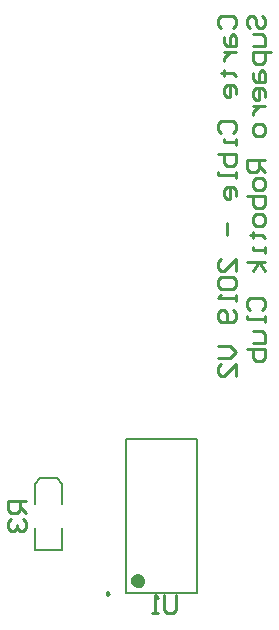
<source format=gbo>
G04 Layer_Color=32896*
%FSLAX25Y25*%
%MOIN*%
G70*
G01*
G75*
%ADD27C,0.01000*%
%ADD28C,0.00787*%
%ADD43C,0.00984*%
%ADD44C,0.02362*%
D27*
X84905Y332501D02*
X83905Y333501D01*
Y335500D01*
X84905Y336500D01*
X88903D01*
X89903Y335500D01*
Y333501D01*
X88903Y332501D01*
X85904Y329502D02*
Y327503D01*
X86904Y326503D01*
X89903D01*
Y329502D01*
X88903Y330502D01*
X87904Y329502D01*
Y326503D01*
X85904Y324504D02*
X89903D01*
X87904D01*
X86904Y323504D01*
X85904Y322504D01*
Y321505D01*
X84905Y317506D02*
X85904D01*
Y318506D01*
Y316507D01*
Y317506D01*
X88903D01*
X89903Y316507D01*
Y310508D02*
Y312508D01*
X88903Y313507D01*
X86904D01*
X85904Y312508D01*
Y310508D01*
X86904Y309509D01*
X87904D01*
Y313507D01*
X84905Y297513D02*
X83905Y298512D01*
Y300512D01*
X84905Y301511D01*
X88903D01*
X89903Y300512D01*
Y298512D01*
X88903Y297513D01*
X89903Y295513D02*
Y293514D01*
Y294514D01*
X85904D01*
Y295513D01*
X83905Y290515D02*
X89903D01*
Y287516D01*
X88903Y286516D01*
X87904D01*
X86904D01*
X85904Y287516D01*
Y290515D01*
X89903Y284517D02*
Y282518D01*
Y283517D01*
X83905D01*
Y284517D01*
X89903Y276519D02*
Y278519D01*
X88903Y279518D01*
X86904D01*
X85904Y278519D01*
Y276519D01*
X86904Y275520D01*
X87904D01*
Y279518D01*
X86904Y267522D02*
Y263524D01*
X89903Y251528D02*
Y255526D01*
X85904Y251528D01*
X84905D01*
X83905Y252527D01*
Y254526D01*
X84905Y255526D01*
Y249528D02*
X83905Y248529D01*
Y246529D01*
X84905Y245529D01*
X88903D01*
X89903Y246529D01*
Y248529D01*
X88903Y249528D01*
X84905D01*
X89903Y243530D02*
Y241531D01*
Y242530D01*
X83905D01*
X84905Y243530D01*
X88903Y238532D02*
X89903Y237532D01*
Y235533D01*
X88903Y234533D01*
X84905D01*
X83905Y235533D01*
Y237532D01*
X84905Y238532D01*
X85904D01*
X86904Y237532D01*
Y234533D01*
X83905Y226536D02*
X87904D01*
X89903Y224536D01*
X87904Y222537D01*
X83905D01*
X89903Y216539D02*
Y220537D01*
X85904Y216539D01*
X84905D01*
X83905Y217538D01*
Y219538D01*
X84905Y220537D01*
X94502Y332501D02*
X93503Y333501D01*
Y335500D01*
X94502Y336500D01*
X95502D01*
X96502Y335500D01*
Y333501D01*
X97501Y332501D01*
X98501D01*
X99501Y333501D01*
Y335500D01*
X98501Y336500D01*
X95502Y330502D02*
X98501D01*
X99501Y329502D01*
Y326503D01*
X95502D01*
X101500Y324504D02*
X95502D01*
Y321505D01*
X96502Y320505D01*
X98501D01*
X99501Y321505D01*
Y324504D01*
X95502Y317506D02*
Y315507D01*
X96502Y314507D01*
X99501D01*
Y317506D01*
X98501Y318506D01*
X97501Y317506D01*
Y314507D01*
X99501Y309509D02*
Y311508D01*
X98501Y312508D01*
X96502D01*
X95502Y311508D01*
Y309509D01*
X96502Y308509D01*
X97501D01*
Y312508D01*
X95502Y306510D02*
X99501D01*
X97501D01*
X96502Y305510D01*
X95502Y304510D01*
Y303511D01*
X99501Y299512D02*
Y297513D01*
X98501Y296513D01*
X96502D01*
X95502Y297513D01*
Y299512D01*
X96502Y300512D01*
X98501D01*
X99501Y299512D01*
Y288515D02*
X93503D01*
Y285517D01*
X94502Y284517D01*
X96502D01*
X97501Y285517D01*
Y288515D01*
Y286516D02*
X99501Y284517D01*
Y281518D02*
Y279518D01*
X98501Y278519D01*
X96502D01*
X95502Y279518D01*
Y281518D01*
X96502Y282518D01*
X98501D01*
X99501Y281518D01*
X93503Y276519D02*
X99501D01*
Y273520D01*
X98501Y272521D01*
X97501D01*
X96502D01*
X95502Y273520D01*
Y276519D01*
X99501Y269522D02*
Y267522D01*
X98501Y266523D01*
X96502D01*
X95502Y267522D01*
Y269522D01*
X96502Y270521D01*
X98501D01*
X99501Y269522D01*
X94502Y263524D02*
X95502D01*
Y264523D01*
Y262524D01*
Y263524D01*
X98501D01*
X99501Y262524D01*
Y259525D02*
Y257526D01*
Y258525D01*
X95502D01*
Y259525D01*
X99501Y254526D02*
X93503D01*
X97501D02*
X95502Y251528D01*
X97501Y254526D02*
X99501Y251528D01*
X94502Y238532D02*
X93503Y239531D01*
Y241531D01*
X94502Y242530D01*
X98501D01*
X99501Y241531D01*
Y239531D01*
X98501Y238532D01*
X99501Y236532D02*
Y234533D01*
Y235533D01*
X93503D01*
Y236532D01*
X95502Y231534D02*
X98501D01*
X99501Y230534D01*
Y227535D01*
X95502D01*
X93503Y225536D02*
X99501D01*
Y222537D01*
X98501Y221537D01*
X97501D01*
X96502D01*
X95502Y222537D01*
Y225536D01*
X20000Y175000D02*
X14002D01*
Y172001D01*
X15002Y171001D01*
X17001D01*
X18001Y172001D01*
Y175000D01*
Y173001D02*
X20000Y171001D01*
X15002Y169002D02*
X14002Y168002D01*
Y166003D01*
X15002Y165003D01*
X16001D01*
X17001Y166003D01*
Y167003D01*
Y166003D01*
X18001Y165003D01*
X19000D01*
X20000Y166003D01*
Y168002D01*
X19000Y169002D01*
X70000Y143498D02*
Y138500D01*
X69000Y137500D01*
X67001D01*
X66001Y138500D01*
Y143498D01*
X64002Y137500D02*
X62003D01*
X63002D01*
Y143498D01*
X64002Y142498D01*
D28*
X22972Y158583D02*
Y166063D01*
X32028Y158583D02*
Y166063D01*
X22972Y158583D02*
X32028D01*
X24547Y182598D02*
X30453D01*
X22972Y173937D02*
Y180630D01*
X30453Y182598D02*
X32028Y180630D01*
X22972D02*
X24547Y182598D01*
X32028Y173937D02*
Y180630D01*
X53189Y144409D02*
Y195591D01*
X76811Y144409D02*
Y195591D01*
X53189Y144409D02*
X76811D01*
X53189Y195591D02*
X76811D01*
D43*
X47579Y144153D02*
X46841Y144580D01*
Y143727D01*
X47579Y144153D01*
D44*
X58307Y148346D02*
X57862Y149270D01*
X56863Y149498D01*
X56062Y148859D01*
Y147834D01*
X56863Y147195D01*
X57862Y147423D01*
X58307Y148346D01*
M02*

</source>
